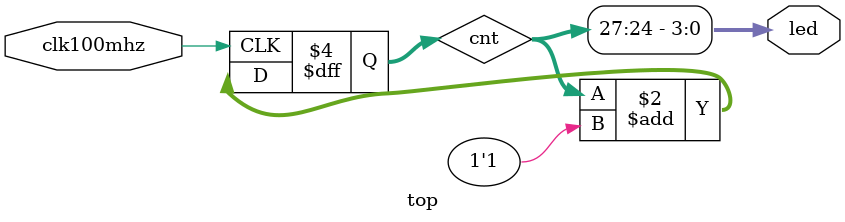
<source format=v>
`timescale 1ns/1ns

module top (
    input clk100mhz,
    output [3:0] led
);
    reg [27:0] cnt = 28'b0;
    always @(posedge clk100mhz) begin
        cnt <= cnt + 1'b1;
    end
    assign led = cnt[27:24];
endmodule

</source>
